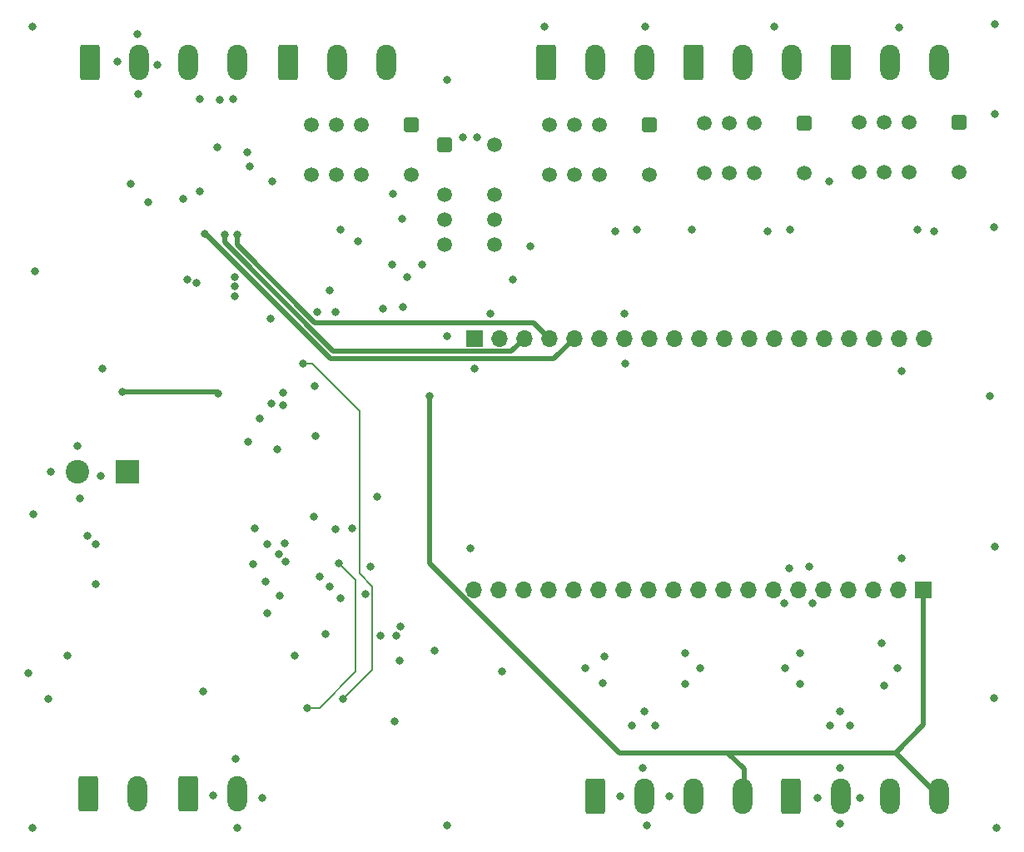
<source format=gbr>
%TF.GenerationSoftware,KiCad,Pcbnew,(6.0.8)*%
%TF.CreationDate,2023-11-14T22:22:02+13:00*%
%TF.ProjectId,Brain,42726169-6e2e-46b6-9963-61645f706362,rev?*%
%TF.SameCoordinates,Original*%
%TF.FileFunction,Copper,L2,Inr*%
%TF.FilePolarity,Positive*%
%FSLAX46Y46*%
G04 Gerber Fmt 4.6, Leading zero omitted, Abs format (unit mm)*
G04 Created by KiCad (PCBNEW (6.0.8)) date 2023-11-14 22:22:02*
%MOMM*%
%LPD*%
G01*
G04 APERTURE LIST*
G04 Aperture macros list*
%AMRoundRect*
0 Rectangle with rounded corners*
0 $1 Rounding radius*
0 $2 $3 $4 $5 $6 $7 $8 $9 X,Y pos of 4 corners*
0 Add a 4 corners polygon primitive as box body*
4,1,4,$2,$3,$4,$5,$6,$7,$8,$9,$2,$3,0*
0 Add four circle primitives for the rounded corners*
1,1,$1+$1,$2,$3*
1,1,$1+$1,$4,$5*
1,1,$1+$1,$6,$7*
1,1,$1+$1,$8,$9*
0 Add four rect primitives between the rounded corners*
20,1,$1+$1,$2,$3,$4,$5,0*
20,1,$1+$1,$4,$5,$6,$7,0*
20,1,$1+$1,$6,$7,$8,$9,0*
20,1,$1+$1,$8,$9,$2,$3,0*%
G04 Aperture macros list end*
%TA.AperFunction,ComponentPad*%
%ADD10RoundRect,0.250500X-0.499500X0.499500X-0.499500X-0.499500X0.499500X-0.499500X0.499500X0.499500X0*%
%TD*%
%TA.AperFunction,ComponentPad*%
%ADD11C,1.500000*%
%TD*%
%TA.AperFunction,ComponentPad*%
%ADD12RoundRect,0.250500X-0.499500X-0.499500X0.499500X-0.499500X0.499500X0.499500X-0.499500X0.499500X0*%
%TD*%
%TA.AperFunction,ComponentPad*%
%ADD13RoundRect,0.250000X-0.750000X-1.550000X0.750000X-1.550000X0.750000X1.550000X-0.750000X1.550000X0*%
%TD*%
%TA.AperFunction,ComponentPad*%
%ADD14O,2.000000X3.600000*%
%TD*%
%TA.AperFunction,ComponentPad*%
%ADD15R,1.700000X1.700000*%
%TD*%
%TA.AperFunction,ComponentPad*%
%ADD16O,1.700000X1.700000*%
%TD*%
%TA.AperFunction,ComponentPad*%
%ADD17C,2.400000*%
%TD*%
%TA.AperFunction,ComponentPad*%
%ADD18R,2.400000X2.400000*%
%TD*%
%TA.AperFunction,ViaPad*%
%ADD19C,0.800000*%
%TD*%
%TA.AperFunction,Conductor*%
%ADD20C,0.500000*%
%TD*%
%TA.AperFunction,Conductor*%
%ADD21C,0.200000*%
%TD*%
G04 APERTURE END LIST*
D10*
%TO.N,+3.3V*%
%TO.C,K5*%
X195253500Y-77161500D03*
D11*
%TO.N,Net-(J11-Pad3)*%
X190173500Y-77161500D03*
%TO.N,Net-(J11-Pad2)*%
X187633500Y-77161500D03*
%TO.N,Net-(J11-Pad1)*%
X185093500Y-77161500D03*
X185093500Y-82241500D03*
%TO.N,Net-(J11-Pad2)*%
X187633500Y-82241500D03*
%TO.N,Net-(J11-Pad3)*%
X190173500Y-82241500D03*
%TO.N,Net-(D21-Pad2)*%
X195253500Y-82241500D03*
%TD*%
D10*
%TO.N,+3.3V*%
%TO.C,K4*%
X163757500Y-77415500D03*
D11*
%TO.N,Net-(J10-Pad3)*%
X158677500Y-77415500D03*
%TO.N,Net-(J10-Pad2)*%
X156137500Y-77415500D03*
%TO.N,Net-(J10-Pad1)*%
X153597500Y-77415500D03*
X153597500Y-82495500D03*
%TO.N,Net-(J10-Pad2)*%
X156137500Y-82495500D03*
%TO.N,Net-(J10-Pad3)*%
X158677500Y-82495500D03*
%TO.N,Net-(D20-Pad2)*%
X163757500Y-82495500D03*
%TD*%
D12*
%TO.N,+3.3V*%
%TO.C,K3*%
X142947500Y-79447500D03*
D11*
%TO.N,unconnected-(K3-Pad3)*%
X142947500Y-84527500D03*
%TO.N,+12V*%
X142947500Y-87067500D03*
%TO.N,/Outputs/12V_COMMON*%
X142947500Y-89607500D03*
X148027500Y-89607500D03*
%TO.N,+12V*%
X148027500Y-87067500D03*
%TO.N,unconnected-(K3-Pad10)*%
X148027500Y-84527500D03*
%TO.N,Net-(D19-Pad2)*%
X148027500Y-79447500D03*
%TD*%
D10*
%TO.N,+3.3V*%
%TO.C,K2*%
X139500500Y-77415500D03*
D11*
%TO.N,Net-(J9-Pad3)*%
X134420500Y-77415500D03*
%TO.N,/Outputs/12V_COMMON*%
X131880500Y-77415500D03*
%TO.N,Net-(J9-Pad1)*%
X129340500Y-77415500D03*
X129340500Y-82495500D03*
%TO.N,/Outputs/12V_COMMON*%
X131880500Y-82495500D03*
%TO.N,Net-(J9-Pad3)*%
X134420500Y-82495500D03*
%TO.N,Net-(D18-Pad2)*%
X139500500Y-82495500D03*
%TD*%
D10*
%TO.N,+3.3V*%
%TO.C,K1*%
X179505500Y-77288500D03*
D11*
%TO.N,Net-(J8-Pad3)*%
X174425500Y-77288500D03*
%TO.N,Net-(J8-Pad2)*%
X171885500Y-77288500D03*
%TO.N,Net-(J8-Pad1)*%
X169345500Y-77288500D03*
X169345500Y-82368500D03*
%TO.N,Net-(J8-Pad2)*%
X171885500Y-82368500D03*
%TO.N,Net-(J8-Pad3)*%
X174425500Y-82368500D03*
%TO.N,Net-(D17-Pad2)*%
X179505500Y-82368500D03*
%TD*%
D13*
%TO.N,Net-(J11-Pad1)*%
%TO.C,J11*%
X183214000Y-71080500D03*
D14*
%TO.N,Net-(J11-Pad2)*%
X188214000Y-71080500D03*
%TO.N,Net-(J11-Pad3)*%
X193214000Y-71080500D03*
%TD*%
D13*
%TO.N,Net-(J10-Pad1)*%
%TO.C,J10*%
X153242000Y-71080500D03*
D14*
%TO.N,Net-(J10-Pad2)*%
X158242000Y-71080500D03*
%TO.N,Net-(J10-Pad3)*%
X163242000Y-71080500D03*
%TD*%
D13*
%TO.N,Net-(J9-Pad1)*%
%TO.C,J9*%
X127000000Y-71120000D03*
D14*
%TO.N,/Outputs/12V_COMMON*%
X132000000Y-71120000D03*
%TO.N,Net-(J9-Pad3)*%
X137000000Y-71120000D03*
%TD*%
D13*
%TO.N,Net-(J8-Pad1)*%
%TO.C,J8*%
X168228000Y-71080500D03*
D14*
%TO.N,Net-(J8-Pad2)*%
X173228000Y-71080500D03*
%TO.N,Net-(J8-Pad3)*%
X178228000Y-71080500D03*
%TD*%
D13*
%TO.N,Net-(D16-Pad1)*%
%TO.C,J7*%
X178174000Y-145756500D03*
D14*
%TO.N,GND*%
X183174000Y-145756500D03*
%TO.N,Net-(D16-Pad2)*%
X188174000Y-145756500D03*
%TO.N,+5V*%
X193174000Y-145756500D03*
%TD*%
D13*
%TO.N,Net-(D15-Pad1)*%
%TO.C,J6*%
X158235000Y-145756500D03*
D14*
%TO.N,GND*%
X163235000Y-145756500D03*
%TO.N,Net-(D15-Pad2)*%
X168235000Y-145756500D03*
%TO.N,+5V*%
X173235000Y-145756500D03*
%TD*%
D13*
%TO.N,Net-(F2-Pad2)*%
%TO.C,J5*%
X116807000Y-145538000D03*
D14*
%TO.N,GND*%
X121807000Y-145538000D03*
%TD*%
%TO.N,Net-(D5-Pad1)*%
%TO.C,J4*%
X111647000Y-145538000D03*
D13*
%TO.N,Net-(F1-Pad1)*%
X106647000Y-145538000D03*
%TD*%
%TO.N,+12V*%
%TO.C,J3*%
X106807000Y-71120000D03*
D14*
%TO.N,GND*%
X111807000Y-71120000D03*
%TO.N,Net-(D1-Pad1)*%
X116807000Y-71120000D03*
%TO.N,Net-(D1-Pad2)*%
X121807000Y-71120000D03*
%TD*%
D15*
%TO.N,GND*%
%TO.C,J2*%
X145933000Y-99162000D03*
D16*
%TO.N,23*%
X148473000Y-99162000D03*
%TO.N,485_DIR*%
X151013000Y-99162000D03*
%TO.N,485_Tx*%
X153553000Y-99162000D03*
%TO.N,485_Rx*%
X156093000Y-99162000D03*
%TO.N,21*%
X158633000Y-99162000D03*
%TO.N,GND*%
X161173000Y-99162000D03*
%TO.N,19*%
X163713000Y-99162000D03*
%TO.N,18*%
X166253000Y-99162000D03*
%TO.N,5*%
X168793000Y-99162000D03*
%TO.N,17*%
X171333000Y-99162000D03*
%TO.N,16*%
X173873000Y-99162000D03*
%TO.N,Out1*%
X176413000Y-99162000D03*
%TO.N,Out2*%
X178953000Y-99162000D03*
%TO.N,Out3*%
X181493000Y-99162000D03*
%TO.N,Out4*%
X184033000Y-99162000D03*
%TO.N,D1*%
X186573000Y-99162000D03*
%TO.N,D0*%
X189113000Y-99162000D03*
%TO.N,CLK*%
X191653000Y-99162000D03*
%TD*%
%TO.N,+3.3V*%
%TO.C,J1*%
X145913000Y-124739000D03*
%TO.N,EN*%
X148453000Y-124739000D03*
%TO.N,In1*%
X150993000Y-124739000D03*
%TO.N,In2*%
X153533000Y-124739000D03*
%TO.N,In3*%
X156073000Y-124739000D03*
%TO.N,In4*%
X158613000Y-124739000D03*
%TO.N,32*%
X161153000Y-124739000D03*
%TO.N,33*%
X163693000Y-124739000D03*
%TO.N,25*%
X166233000Y-124739000D03*
%TO.N,26*%
X168773000Y-124739000D03*
%TO.N,27*%
X171313000Y-124739000D03*
%TO.N,14*%
X173853000Y-124739000D03*
%TO.N,12V_COMMON_ENABLE*%
X176393000Y-124739000D03*
%TO.N,GND*%
X178933000Y-124739000D03*
%TO.N,13*%
X181473000Y-124739000D03*
%TO.N,D2*%
X184013000Y-124739000D03*
%TO.N,D3*%
X186553000Y-124739000D03*
%TO.N,CMD*%
X189093000Y-124739000D03*
D15*
%TO.N,+5V*%
X191633000Y-124739000D03*
%TD*%
D17*
%TO.N,GND*%
%TO.C,C5*%
X105617000Y-112776000D03*
D18*
%TO.N,24v*%
X110617000Y-112776000D03*
%TD*%
D19*
%TO.N,GND*%
X145542000Y-120523000D03*
X189357000Y-121539000D03*
X189357000Y-102489000D03*
X183134000Y-137160000D03*
X184150000Y-138557000D03*
X182118000Y-138557000D03*
X183134000Y-148590000D03*
X185166000Y-145923000D03*
X180848000Y-145923000D03*
X183134000Y-142875000D03*
X163449000Y-148717000D03*
X160782000Y-145796000D03*
X165735000Y-145796000D03*
X163068000Y-142875000D03*
X161925000Y-138557000D03*
X163195000Y-137160000D03*
X164338000Y-138557000D03*
X167386000Y-134366000D03*
X167386000Y-131191000D03*
X168910000Y-132715000D03*
X159004000Y-134239000D03*
X159131000Y-131572000D03*
X157226000Y-132715000D03*
X179959000Y-122428000D03*
X177927000Y-122555000D03*
X177419000Y-126111000D03*
X180340000Y-126111000D03*
X177546000Y-132715000D03*
X179070000Y-134366000D03*
X179070000Y-131191000D03*
X187325000Y-130175000D03*
X187579000Y-134493000D03*
X188976000Y-132715000D03*
X198755000Y-135763000D03*
X198882000Y-120396000D03*
X198374000Y-105029000D03*
X198882000Y-76327000D03*
X189103000Y-67564000D03*
X176403000Y-67437000D03*
X163322000Y-67437000D03*
X153035000Y-67437000D03*
X160274000Y-88265000D03*
X162433000Y-88138000D03*
X175768000Y-88265000D03*
X178054000Y-88138000D03*
X191008000Y-88138000D03*
X192659000Y-88265000D03*
X198755000Y-87884000D03*
X161290000Y-101727000D03*
X161163000Y-96647000D03*
X143129000Y-98933000D03*
X145923000Y-102235000D03*
X147574000Y-96647000D03*
X138684000Y-96012000D03*
X136652000Y-96139000D03*
X137668000Y-84455000D03*
X138557000Y-86995000D03*
X134112000Y-89281000D03*
X146177000Y-78740000D03*
X144780000Y-78740000D03*
X109601000Y-70993000D03*
X113665000Y-71374000D03*
X111760000Y-74295000D03*
X111633000Y-68199000D03*
X119761000Y-79756000D03*
X117983000Y-74803000D03*
X121412000Y-74803000D03*
X120015000Y-74930000D03*
X122809000Y-80264000D03*
X123063000Y-81661000D03*
X110998000Y-83439000D03*
X112776000Y-85344000D03*
X116332000Y-84963000D03*
X125349000Y-83185000D03*
X143129000Y-148717000D03*
X101219000Y-92329000D03*
X101092000Y-117094000D03*
X107950000Y-113157000D03*
X102870000Y-112776000D03*
X105537000Y-110109000D03*
X105791000Y-115443000D03*
X104521000Y-131445000D03*
X107442000Y-120142000D03*
X107442000Y-124206000D03*
X100584000Y-133223000D03*
X102616000Y-135890000D03*
X119380000Y-145669000D03*
X121666000Y-141986000D03*
X124333000Y-145923000D03*
X121793000Y-148971000D03*
X141859000Y-130937000D03*
X136398000Y-129413000D03*
X132334000Y-125603000D03*
X131191000Y-124460000D03*
X126619000Y-120015000D03*
X123571000Y-118491000D03*
X123444000Y-122174000D03*
X127635000Y-131445000D03*
X130810000Y-129286000D03*
X124841000Y-127127000D03*
X124714000Y-123952000D03*
X126111000Y-125349000D03*
X118364000Y-135128000D03*
X100965000Y-67437000D03*
X100965000Y-148971000D03*
X199009000Y-148971000D03*
X198882000Y-67183000D03*
X122936000Y-109728000D03*
X124079000Y-107315000D03*
X129794000Y-109093000D03*
X125857000Y-110490000D03*
X129667000Y-104013000D03*
X125222000Y-97155000D03*
X131826000Y-96520000D03*
X129921000Y-96520000D03*
X136017000Y-115316000D03*
X133477000Y-118491000D03*
%TO.N,+12V*%
X148717000Y-133096000D03*
%TO.N,+5V*%
X141351000Y-105029000D03*
%TO.N,+3.3V*%
X139065000Y-92964000D03*
X143129000Y-72898000D03*
X168021000Y-88138000D03*
X181991000Y-83185000D03*
%TO.N,485_DIR*%
X120523000Y-88646000D03*
%TO.N,485_Rx*%
X118491000Y-88519000D03*
%TO.N,485_Tx*%
X121793000Y-88646000D03*
%TO.N,12V_COMMON_ENABLE*%
X149860000Y-93218000D03*
X151638000Y-89789000D03*
%TO.N,Out1*%
X132334000Y-88138000D03*
X140589000Y-91694000D03*
%TO.N,+12V*%
X116713000Y-93218000D03*
X117676000Y-93525000D03*
%TO.N,+3.3V*%
X117983000Y-84201000D03*
X137541000Y-91694000D03*
%TO.N,GND*%
X131221500Y-94264500D03*
%TO.N,+12V*%
X125329500Y-105810500D03*
X126457000Y-105953000D03*
X126457000Y-104683000D03*
X121539000Y-93853000D03*
X121539000Y-94869000D03*
X121539000Y-92964000D03*
%TO.N,GND*%
X108077000Y-102235000D03*
%TO.N,Net-(R18-Pad2)*%
X110109000Y-104648000D03*
X119882500Y-104780500D03*
%TO.N,GND*%
X106553000Y-119253000D03*
%TO.N,VCC*%
X137795000Y-138176000D03*
X138430000Y-128524000D03*
%TO.N,ACOK*%
X128524000Y-101727000D03*
X132588000Y-135890000D03*
%TO.N,Net-(R25-Pad2)*%
X128905000Y-136779000D03*
X132189628Y-122064372D03*
%TO.N,GND*%
X124841000Y-120142000D03*
%TO.N,Net-(D11-Pad1)*%
X138036277Y-129442687D03*
X126106134Y-121152161D03*
%TO.N,Net-(D8-Pad1)*%
X126746000Y-121920000D03*
X138367500Y-131974239D03*
%TO.N,GND*%
X130190465Y-123428535D03*
%TO.N,VCC*%
X134874000Y-125222000D03*
X135382000Y-122428000D03*
%TO.N,Net-(C11-Pad2)*%
X129590500Y-117344000D03*
X131826000Y-118614000D03*
%TD*%
D20*
%TO.N,+5V*%
X191633000Y-138486500D02*
X188768500Y-141351000D01*
X191633000Y-124739000D02*
X191633000Y-138486500D01*
X193174000Y-145756500D02*
X188768500Y-141351000D01*
X188768500Y-141351000D02*
X171704000Y-141351000D01*
X173355000Y-145636500D02*
X173235000Y-145756500D01*
X160686522Y-141351000D02*
X171704000Y-141351000D01*
X171704000Y-141351000D02*
X173355000Y-143002000D01*
X141351000Y-122015478D02*
X160686522Y-141351000D01*
X173355000Y-143002000D02*
X173355000Y-145636500D01*
X141351000Y-105029000D02*
X141351000Y-122015478D01*
%TO.N,485_Rx*%
X131344050Y-101219000D02*
X154036000Y-101219000D01*
X118644050Y-88519000D02*
X131344050Y-101219000D01*
X118491000Y-88519000D02*
X118644050Y-88519000D01*
X154036000Y-101219000D02*
X156093000Y-99162000D01*
%TO.N,485_DIR*%
X149713000Y-100462000D02*
X151013000Y-99162000D01*
X120523000Y-89408000D02*
X131577000Y-100462000D01*
X131577000Y-100462000D02*
X149713000Y-100462000D01*
X120523000Y-88646000D02*
X120523000Y-89408000D01*
%TO.N,485_Tx*%
X151937000Y-97546000D02*
X153553000Y-99162000D01*
X121793000Y-88646000D02*
X121793000Y-89662000D01*
X121793000Y-89662000D02*
X129677000Y-97546000D01*
X129677000Y-97546000D02*
X151937000Y-97546000D01*
D21*
%TO.N,ACOK*%
X135574000Y-124398000D02*
X135574000Y-132904000D01*
X134239000Y-123063000D02*
X135574000Y-124398000D01*
X129413000Y-101727000D02*
X134239000Y-106553000D01*
X134239000Y-106553000D02*
X134239000Y-123063000D01*
X128524000Y-101727000D02*
X129413000Y-101727000D01*
X135574000Y-132904000D02*
X132588000Y-135890000D01*
D20*
%TO.N,Net-(R18-Pad2)*%
X110109000Y-104648000D02*
X119750000Y-104648000D01*
X119750000Y-104648000D02*
X119882500Y-104780500D01*
D21*
%TO.N,Net-(R25-Pad2)*%
X130175000Y-136779000D02*
X128905000Y-136779000D01*
X132189628Y-122064372D02*
X133858000Y-123732744D01*
X133858000Y-123732744D02*
X133858000Y-133096000D01*
X133858000Y-133096000D02*
X130175000Y-136779000D01*
%TD*%
M02*

</source>
